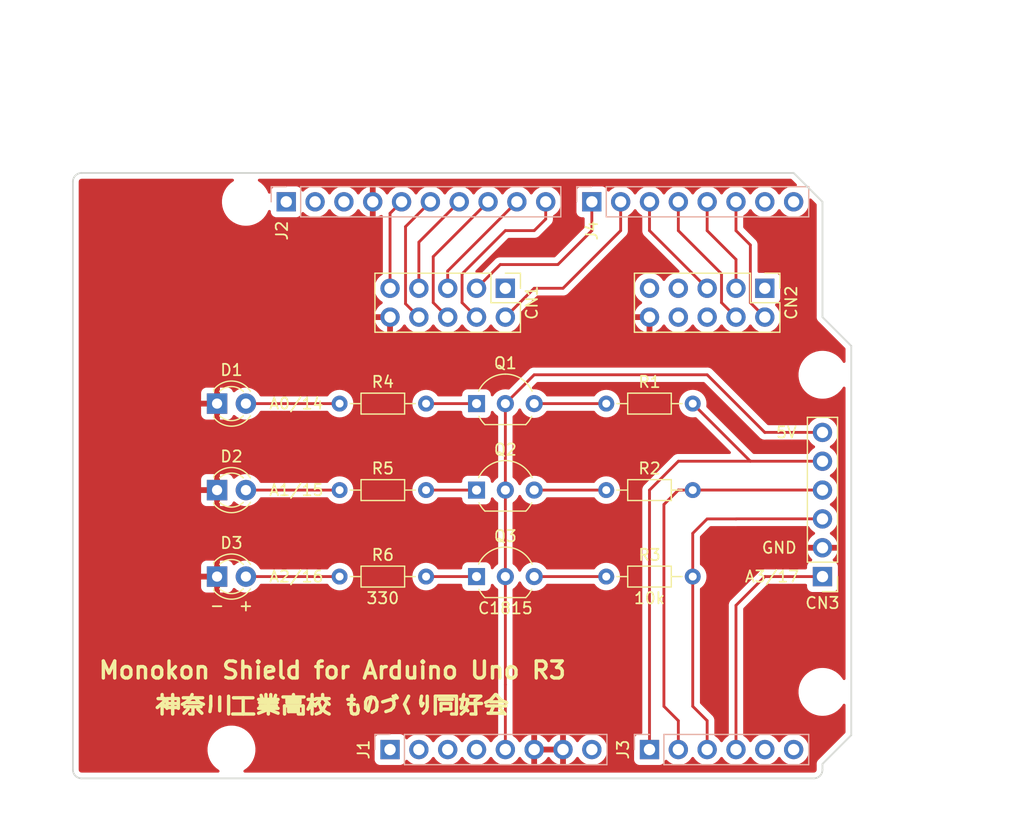
<source format=kicad_pcb>
(kicad_pcb (version 20211014) (generator pcbnew)
  (title_block (title "Monokon Shield for Arduino Uno R3") (date "2022-09-17") (company "神奈川工業高等学校 ものづくり同好会"))
  (layers (0 "F.Cu" signal) (31 "B.Cu" signal) (34 "B.Paste" user) (35 "F.Paste" user) (36 "B.SilkS" user "B.Silkscreen") (37 "F.SilkS" user "F.Silkscreen") (38 "B.Mask" user) (39 "F.Mask" user) (44 "Edge.Cuts" user))
  (net 0 "")
  (net 1 "GND")
  (net 3 "+5V")
  (net 4 "/IOREF")
  (net 5 "/Vin")
  (net 6 "13")
  (net 7 "12")
  (net 8 "A3")
  (net 9 "/SDA{slash}A4")
  (net 10 "/SCL{slash}A5")
  (net 11 "11")
  (net 12 "10")
  (net 13 "/AREF")
  (net 14 "9")
  (net 15 "8")
  (net 16 "A0")
  (net 17 "A1")
  (net 18 "A2")
  (net 19 "7")
  (net 20 "6")
  (net 21 "5")
  (net 22 "4")
  (net 23 "/TX{slash}1")
  (net 24 "3")
  (net 25 "/RX{slash}0")
  (net 26 "+3V3")
  (net 27 "2")
  (net 28 "/~{RESET}")
  (net 29 "Net-(Q1-Pad1)")
  (net 30 "Net-(Q1-Pad3)")
  (net 31 "Net-(Q2-Pad1)")
  (net 32 "Net-(Q2-Pad3)")
  (net 33 "Net-(Q3-Pad1)")
  (net 34 "Net-(Q3-Pad3)")
  (net 35 "Net-(D1-Pad2)")
  (net 36 "Net-(D2-Pad2)")
  (net 37 "Net-(D3-Pad2)")
  (net 42 "/SCL{slash}19")
  (net 43 "/SDA{slash}18")
  (footprint "Resistor_THT:R_Axial_DIN0204_L3.6mm_D1.6mm_P7.62mm_Horizontal" (layer "F.Cu") (at 131.115 82.22 180)
    (fp_text reference "R6" (at 3.81 1.905 180) (layer "F.SilkS"))
    (fp_text value "330" (at 3.81 -1.905 180) (layer "F.SilkS"))
    (fp_line (start 5.73 0.92) (end 5.73 -0.92) (layer "F.SilkS") (width 0.12))
    (fp_line (start 0.94 0) (end 1.89 0) (layer "F.SilkS") (width 0.12))
    (fp_line (start 5.73 -0.92) (end 1.89 -0.92) (layer "F.SilkS") (width 0.12))
    (fp_line (start 1.89 -0.92) (end 1.89 0.92) (layer "F.SilkS") (width 0.12))
    (fp_line (start 6.68 0) (end 5.73 0) (layer "F.SilkS") (width 0.12))
    (fp_line (start 1.89 0.92) (end 5.73 0.92) (layer "F.SilkS") (width 0.12))
    (pad "1" thru_hole circle (at 0 0 180) (size 1.4 1.4) (drill 0.7) (layers *.Cu *.Mask) (net 33 "Net-(Q3-Pad1)"))
    (pad "2" thru_hole oval (at 7.62 0 180) (size 1.4 1.4) (drill 0.7) (layers *.Cu *.Mask) (net 37 "Net-(D3-Pad2)"))
  )
  (footprint "Package_TO_SOT_THT:TO-92_Inline_Wide" (layer "F.Cu") (at 135.56 66.98)
    (fp_text reference "Q1" (at 2.54 -3.56) (layer "F.SilkS"))
    (fp_text value "C1815")
    (fp_line (start 0.74 1.85) (end 4.34 1.85) (layer "F.SilkS") (width 0.12))
    (fp_arc (start 4.864184 1.122795) (mid 4.633903 1.509328) (end 4.34 1.85) (layer "F.SilkS") (width 0.12))
    (fp_arc (start 2.54 -2.6) (mid 3.936979 -2.192818) (end 4.8964 -1.098807) (layer "F.SilkS") (width 0.12))
    (fp_arc (start 0.74 1.85) (mid 0.446097 1.509328) (end 0.215816 1.122795) (layer "F.SilkS") (width 0.12))
    (fp_arc (start 0.1836 -1.098807) (mid 1.143021 -2.192817) (end 2.54 -2.6) (layer "F.SilkS") (width 0.12))
    (pad "1" thru_hole rect (at 0 0) (size 1.5 1.5) (drill 0.8) (layers *.Cu *.Mask) (net 29 "Net-(Q1-Pad1)"))
    (pad "2" thru_hole circle (at 2.54 0) (size 1.5 1.5) (drill 0.8) (layers *.Cu *.Mask) (net 3 "+5V"))
    (pad "3" thru_hole circle (at 5.08 0) (size 1.5 1.5) (drill 0.8) (layers *.Cu *.Mask) (net 30 "Net-(Q1-Pad3)"))
  )
  (footprint "Connector_PinHeader_2.54mm:PinHeader_1x06_P2.54mm_Vertical" (layer "F.Cu") (at 166.04 82.22 180)
    (fp_text reference "CN3" (at 0 -2.33 180) (layer "F.SilkS"))
    (fp_text value "6-Pin Headers")
    (fp_line (start -1.33 1.27) (end -1.33 14.03) (layer "F.SilkS") (width 0.12))
    (fp_line (start 1.33 1.27) (end 1.33 14.03) (layer "F.SilkS") (width 0.12))
    (fp_line (start -1.33 -1.33) (end 0 -1.33) (layer "F.SilkS") (width 0.12))
    (fp_line (start -1.33 0) (end -1.33 -1.33) (layer "F.SilkS") (width 0.12))
    (fp_line (start -1.33 1.27) (end 1.33 1.27) (layer "F.SilkS") (width 0.12))
    (fp_line (start -1.33 14.03) (end 1.33 14.03) (layer "F.SilkS") (width 0.12))
    (pad "1" thru_hole rect (at 0 0 180) (size 1.7 1.7) (drill 1) (layers *.Cu *.Mask) (net 8 "A3"))
    (pad "2" thru_hole oval (at 0 2.54 180) (size 1.7 1.7) (drill 1) (layers *.Cu *.Mask) (net 1 "GND"))
    (pad "3" thru_hole oval (at 0 5.08 180) (size 1.7 1.7) (drill 1) (layers *.Cu *.Mask) (net 18 "A2"))
    (pad "4" thru_hole oval (at 0 7.62 180) (size 1.7 1.7) (drill 1) (layers *.Cu *.Mask) (net 17 "A1"))
    (pad "5" thru_hole oval (at 0 10.16 180) (size 1.7 1.7) (drill 1) (layers *.Cu *.Mask) (net 16 "A0"))
    (pad "6" thru_hole oval (at 0 12.7 180) (size 1.7 1.7) (drill 1) (layers *.Cu *.Mask) (net 3 "+5V"))
  )
  (footprint "Resistor_THT:R_Axial_DIN0204_L3.6mm_D1.6mm_P7.62mm_Horizontal" (layer "F.Cu") (at 154.61 74.6 180)
    (fp_text reference "R2" (at 3.81 1.905 180) (layer "F.SilkS"))
    (fp_text value "10k")
    (fp_line (start 1.89 0.92) (end 5.73 0.92) (layer "F.SilkS") (width 0.12))
    (fp_line (start 6.68 0) (end 5.73 0) (layer "F.SilkS") (width 0.12))
    (fp_line (start 5.73 0.92) (end 5.73 -0.92) (layer "F.SilkS") (width 0.12))
    (fp_line (start 1.89 -0.92) (end 1.89 0.92) (layer "F.SilkS") (width 0.12))
    (fp_line (start 5.73 -0.92) (end 1.89 -0.92) (layer "F.SilkS") (width 0.12))
    (fp_line (start 0.94 0) (end 1.89 0) (layer "F.SilkS") (width 0.12))
    (pad "1" thru_hole circle (at 0 0 180) (size 1.4 1.4) (drill 0.7) (layers *.Cu *.Mask) (net 17 "A1"))
    (pad "2" thru_hole oval (at 7.62 0 180) (size 1.4 1.4) (drill 0.7) (layers *.Cu *.Mask) (net 32 "Net-(Q2-Pad3)"))
  )
  (footprint "LED_THT:LED_D3.0mm" (layer "F.Cu") (at 112.7 82.22)
    (fp_text reference locked "D3" (at 1.27 -2.96) (layer "F.SilkS"))
    (fp_text value "LED")
    (fp_line (start -0.29 -1.236) (end -0.29 -1.08) (layer "F.SilkS") (width 0.12))
    (fp_line (start -0.29 1.08) (end -0.29 1.236) (layer "F.SilkS") (width 0.12))
    (fp_arc (start -0.29 -1.235516) (mid 1.366487 -1.987659) (end 2.942335 -1.078608) (layer "F.SilkS") (width 0.12))
    (fp_arc (start 2.942335 1.078608) (mid 1.366487 1.987659) (end -0.29 1.235516) (layer "F.SilkS") (width 0.12))
    (fp_arc (start 0.229039 -1.08) (mid 1.270117 -1.5) (end 2.31113 -1.079837) (layer "F.SilkS") (width 0.12))
    (fp_arc (start 2.31113 1.079837) (mid 1.270117 1.5) (end 0.229039 1.08) (layer "F.SilkS") (width 0.12))
    (pad "1" thru_hole rect (at 0 0) (size 1.8 1.8) (drill 0.9) (layers *.Cu *.Mask) (net 1 "GND"))
    (pad "2" thru_hole circle (at 2.54 0) (size 1.8 1.8) (drill 0.9) (layers *.Cu *.Mask) (net 37 "Net-(D3-Pad2)"))
  )
  (footprint "Arduino_MountingHole:MountingHole_3.2mm" (layer "F.Cu") (at 115.24 49.2)
    (fp_text reference "MH1" hide)
    (fp_text value "MountingHole_3.2mm" hide)
    (pad "" np_thru_hole circle locked (at 0 0) (size 3.2 3.2) (drill 3.2) (layers *.Cu *.Mask))
  )
  (footprint "Package_TO_SOT_THT:TO-92_Inline_Wide" (layer "F.Cu") (at 135.56 82.22)
    (fp_text reference "Q3" (at 2.54 -3.56) (layer "F.SilkS"))
    (fp_text value "C1815" (at 2.54 2.79) (layer "F.SilkS"))
    (fp_line (start 0.74 1.85) (end 4.34 1.85) (layer "F.SilkS") (width 0.12))
    (fp_arc (start 4.864184 1.122795) (mid 4.633903 1.509328) (end 4.34 1.85) (layer "F.SilkS") (width 0.12))
    (fp_arc (start 2.54 -2.6) (mid 3.936979 -2.192818) (end 4.8964 -1.098807) (layer "F.SilkS") (width 0.12))
    (fp_arc (start 0.74 1.85) (mid 0.446097 1.509328) (end 0.215816 1.122795) (layer "F.SilkS") (width 0.12))
    (fp_arc (start 0.1836 -1.098807) (mid 1.143021 -2.192817) (end 2.54 -2.6) (layer "F.SilkS") (width 0.12))
    (pad "1" thru_hole rect (at 0 0) (size 1.5 1.5) (drill 0.8) (layers *.Cu *.Mask) (net 33 "Net-(Q3-Pad1)"))
    (pad "2" thru_hole circle (at 2.54 0) (size 1.5 1.5) (drill 0.8) (layers *.Cu *.Mask) (net 3 "+5V"))
    (pad "3" thru_hole circle (at 5.08 0) (size 1.5 1.5) (drill 0.8) (layers *.Cu *.Mask) (net 34 "Net-(Q3-Pad3)"))
  )
  (footprint "Resistor_THT:R_Axial_DIN0204_L3.6mm_D1.6mm_P7.62mm_Horizontal" (layer "F.Cu") (at 154.61 66.98 180)
    (fp_text reference "R1" (at 3.81 1.905 180) (layer "F.SilkS"))
    (fp_text value "10k")
    (fp_line (start 5.73 -0.92) (end 1.89 -0.92) (layer "F.SilkS") (width 0.12))
    (fp_line (start 5.73 0.92) (end 5.73 -0.92) (layer "F.SilkS") (width 0.12))
    (fp_line (start 0.94 0) (end 1.89 0) (layer "F.SilkS") (width 0.12))
    (fp_line (start 6.68 0) (end 5.73 0) (layer "F.SilkS") (width 0.12))
    (fp_line (start 1.89 -0.92) (end 1.89 0.92) (layer "F.SilkS") (width 0.12))
    (fp_line (start 1.89 0.92) (end 5.73 0.92) (layer "F.SilkS") (width 0.12))
    (pad "1" thru_hole circle (at 0 0 180) (size 1.4 1.4) (drill 0.7) (layers *.Cu *.Mask) (net 16 "A0"))
    (pad "2" thru_hole oval (at 7.62 0 180) (size 1.4 1.4) (drill 0.7) (layers *.Cu *.Mask) (net 30 "Net-(Q1-Pad3)"))
  )
  (footprint "Resistor_THT:R_Axial_DIN0204_L3.6mm_D1.6mm_P7.62mm_Horizontal" (layer "F.Cu") (at 131.115 74.6 180)
    (fp_text reference "R5" (at 3.81 1.905 180) (layer "F.SilkS"))
    (fp_text value "330")
    (fp_line (start 1.89 0.92) (end 5.73 0.92) (layer "F.SilkS") (width 0.12))
    (fp_line (start 5.73 -0.92) (end 1.89 -0.92) (layer "F.SilkS") (width 0.12))
    (fp_line (start 1.89 -0.92) (end 1.89 0.92) (layer "F.SilkS") (width 0.12))
    (fp_line (start 0.94 0) (end 1.89 0) (layer "F.SilkS") (width 0.12))
    (fp_line (start 5.73 0.92) (end 5.73 -0.92) (layer "F.SilkS") (width 0.12))
    (fp_line (start 6.68 0) (end 5.73 0) (layer "F.SilkS") (width 0.12))
    (pad "1" thru_hole circle (at 0 0 180) (size 1.4 1.4) (drill 0.7) (layers *.Cu *.Mask) (net 31 "Net-(Q2-Pad1)"))
    (pad "2" thru_hole oval (at 7.62 0 180) (size 1.4 1.4) (drill 0.7) (layers *.Cu *.Mask) (net 36 "Net-(D2-Pad2)"))
  )
  (footprint "Connector_PinHeader_2.54mm:PinHeader_2x05_P2.54mm_Vertical" (layer "F.Cu") (at 138.1 56.82 -90)
    (fp_text reference "CN1" (at 1.27 -2.33 -90) (layer "F.SilkS"))
    (fp_text value "2x5 10-Pin Male Box Header")
    (fp_line (start -1.33 1.27) (end 1.27 1.27) (layer "F.SilkS") (width 0.12))
    (fp_line (start -1.33 -1.33) (end 0 -1.33) (layer "F.SilkS") (width 0.12))
    (fp_line (start 1.27 -1.33) (end 3.87 -1.33) (layer "F.SilkS") (width 0.12))
    (fp_line (start 1.27 1.27) (end 1.27 -1.33) (layer "F.SilkS") (width 0.12))
    (fp_line (start -1.33 0) (end -1.33 -1.33) (layer "F.SilkS") (width 0.12))
    (fp_line (start -1.33 11.49) (end 3.87 11.49) (layer "F.SilkS") (width 0.12))
    (fp_line (start 3.87 -1.33) (end 3.87 11.49) (layer "F.SilkS") (width 0.12))
    (fp_line (start -1.33 1.27) (end -1.33 11.49) (layer "F.SilkS") (width 0.12))
    (pad "1" thru_hole rect (at 0 0 270) (size 1.7 1.7) (drill 1) (layers *.Cu *.Mask))
    (pad "2" thru_hole oval (at 2.54 0 270) (size 1.7 1.7) (drill 1) (layers *.Cu *.Mask) (net 20 "6"))
    (pad "3" thru_hole oval (at 0 2.54 270) (size 1.7 1.7) (drill 1) (layers *.Cu *.Mask) (net 19 "7"))
    (pad "4" thru_hole oval (at 2.54 2.54 270) (size 1.7 1.7) (drill 1) (layers *.Cu *.Mask) (net 15 "8"))
    (pad "5" thru_hole oval (at 0 5.08 270) (size 1.7 1.7) (drill 1) (layers *.Cu *.Mask) (net 14 "9"))
    (pad "6" thru_hole oval (at 2.54 5.08 270) (size 1.7 1.7) (drill 1) (layers *.Cu *.Mask) (net 12 "10"))
    (pad "7" thru_hole oval (at 0 7.62 270) (size 1.7 1.7) (drill 1) (layers *.Cu *.Mask) (net 11 "11"))
    (pad "8" thru_hole oval (at 2.54 7.62 270) (size 1.7 1.7) (drill 1) (layers *.Cu *.Mask) (net 7 "12"))
    (pad "9" thru_hole oval (at 0 10.16 270) (size 1.7 1.7) (drill 1) (layers *.Cu *.Mask) (net 6 "13"))
    (pad "10" thru_hole oval (at 2.54 10.16 270) (size 1.7 1.7) (drill 1) (layers *.Cu *.Mask) (net 1 "GND"))
  )
  (footprint "Connector_PinHeader_2.54mm:PinHeader_2x05_P2.54mm_Vertical" (layer "F.Cu") (at 160.96 56.82 -90)
    (fp_text reference "CN2" (at 1.27 -2.33 90) (layer "F.SilkS"))
    (fp_text value "2x5 10-Pin Male Box Header")
    (fp_line (start 3.87 -1.33) (end 3.87 11.49) (layer "F.SilkS") (width 0.12))
    (fp_line (start 1.27 1.27) (end 1.27 -1.33) (layer "F.SilkS") (width 0.12))
    (fp_line (start -1.33 0) (end -1.33 -1.33) (layer "F.SilkS") (width 0.12))
    (fp_line (start -1.33 1.27) (end 1.27 1.27) (layer "F.SilkS") (width 0.12))
    (fp_line (start -1.33 -1.33) (end 0 -1.33) (layer "F.SilkS") (width 0.12))
    (fp_line (start -1.33 1.27) (end -1.33 11.49) (layer "F.SilkS") (width 0.12))
    (fp_line (start 1.27 -1.33) (end 3.87 -1.33) (layer "F.SilkS") (width 0.12))
    (fp_line (start -1.33 11.49) (end 3.87 11.49) (layer "F.SilkS") (width 0.12))
    (pad "1" thru_hole rect (at 0 0 270) (size 1.7 1.7) (drill 1) (layers *.Cu *.Mask))
    (pad "2" thru_hole oval (at 2.54 0 270) (size 1.7 1.7) (drill 1) (layers *.Cu *.Mask) (net 27 "2"))
    (pad "3" thru_hole oval (at 0 2.54 270) (size 1.7 1.7) (drill 1) (layers *.Cu *.Mask) (net 24 "3"))
    (pad "4" thru_hole oval (at 2.54 2.54 270) (size 1.7 1.7) (drill 1) (layers *.Cu *.Mask) (net 22 "4"))
    (pad "5" thru_hole oval (at 0 5.08 270) (size 1.7 1.7) (drill 1) (layers *.Cu *.Mask) (net 21 "5"))
    (pad "6" thru_hole oval (at 2.54 5.08 270) (size 1.7 1.7) (drill 1) (layers *.Cu *.Mask))
    (pad "7" thru_hole oval (at 0 7.62 270) (size 1.7 1.7) (drill 1) (layers *.Cu *.Mask))
    (pad "8" thru_hole oval (at 2.54 7.62 270) (size 1.7 1.7) (drill 1) (layers *.Cu *.Mask))
    (pad "9" thru_hole oval (at 0 10.16 270) (size 1.7 1.7) (drill 1) (layers *.Cu *.Mask))
    (pad "10" thru_hole oval (at 2.54 10.16 270) (size 1.7 1.7) (drill 1) (layers *.Cu *.Mask) (net 1 "GND"))
  )
  (footprint "LED_THT:LED_D3.0mm" (layer "F.Cu") (at 112.7 74.6)
    (fp_text reference "D2" (at 1.27 -2.96) (layer "F.SilkS"))
    (fp_text value "LED")
    (fp_line (start -0.29 -1.236) (end -0.29 -1.08) (layer "F.SilkS") (width 0.12))
    (fp_line (start -0.29 1.08) (end -0.29 1.236) (layer "F.SilkS") (width 0.12))
    (fp_arc (start 2.942335 1.078608) (mid 1.366487 1.987659) (end -0.29 1.235516) (layer "F.SilkS") (width 0.12))
    (fp_arc (start -0.29 -1.235516) (mid 1.366487 -1.987659) (end 2.942335 -1.078608) (layer "F.SilkS") (width 0.12))
    (fp_arc (start 0.229039 -1.08) (mid 1.270117 -1.5) (end 2.31113 -1.079837) (layer "F.SilkS") (width 0.12))
    (fp_arc (start 2.31113 1.079837) (mid 1.270117 1.5) (end 0.229039 1.08) (layer "F.SilkS") (width 0.12))
    (pad "1" thru_hole rect (at 0 0) (size 1.8 1.8) (drill 0.9) (layers *.Cu *.Mask) (net 1 "GND"))
    (pad "2" thru_hole circle (at 2.54 0) (size 1.8 1.8) (drill 0.9) (layers *.Cu *.Mask) (net 36 "Net-(D2-Pad2)"))
  )
  (footprint "Package_TO_SOT_THT:TO-92_Inline_Wide" (layer "F.Cu") (at 135.56 74.6)
    (fp_text reference "Q2" (at 2.54 -3.56) (layer "F.SilkS"))
    (fp_text value "C1815")
    (fp_line (start 0.74 1.85) (end 4.34 1.85) (layer "F.SilkS") (width 0.12))
    (fp_arc (start 4.864184 1.122795) (mid 4.633903 1.509328) (end 4.34 1.85) (layer "F.SilkS") (width 0.12))
    (fp_arc (start 0.1836 -1.098807) (mid 1.143021 -2.192817) (end 2.54 -2.6) (layer "F.SilkS") (width 0.12))
    (fp_arc (start 0.74 1.85) (mid 0.446097 1.509328) (end 0.215816 1.122795) (layer "F.SilkS") (width 0.12))
    (fp_arc (start 2.54 -2.6) (mid 3.936979 -2.192818) (end 4.8964 -1.098807) (layer "F.SilkS") (width 0.12))
    (pad "1" thru_hole rect (at 0 0) (size 1.5 1.5) (drill 0.8) (layers *.Cu *.Mask) (net 31 "Net-(Q2-Pad1)"))
    (pad "2" thru_hole circle (at 2.54 0) (size 1.5 1.5) (drill 0.8) (layers *.Cu *.Mask) (net 3 "+5V"))
    (pad "3" thru_hole circle (at 5.08 0) (size 1.5 1.5) (drill 0.8) (layers *.Cu *.Mask) (net 32 "Net-(Q2-Pad3)"))
  )
  (footprint "Arduino_MountingHole:MountingHole_3.2mm" (layer "F.Cu") (at 113.97 97.46)
    (fp_text reference "MH2" hide)
    (fp_text value "MountingHole_3.2mm" hide)
    (pad "" np_thru_hole circle locked (at 0 0) (size 3.2 3.2) (drill 3.2) (layers *.Cu *.Mask))
  )
  (footprint "Arduino_MountingHole:MountingHole_3.2mm" (layer "F.Cu") (at 166.04 64.44)
    (fp_text reference "MH3" hide)
    (fp_text value "MountingHole_3.2mm" hide)
    (pad "" np_thru_hole circle locked (at 0 0) (size 3.2 3.2) (drill 3.2) (layers *.Cu *.Mask))
  )
  (footprint "Arduino_MountingHole:MountingHole_3.2mm" (layer "F.Cu") (at 166.04 92.38)
    (fp_text reference "MH4" hide)
    (fp_text value "MountingHole_3.2mm" hide)
    (pad "" np_thru_hole circle locked (at 0 0) (size 3.2 3.2) (drill 3.2) (layers *.Cu *.Mask))
  )
  (footprint "LED_THT:LED_D3.0mm" (layer "F.Cu") (at 112.7 66.98)
    (fp_text reference "D1" (at 1.27 -2.96) (layer "F.SilkS"))
    (fp_text value "LED")
    (fp_line (start -0.29 -1.236) (end -0.29 -1.08) (layer "F.SilkS") (width 0.12))
    (fp_line (start -0.29 1.08) (end -0.29 1.236) (layer "F.SilkS") (width 0.12))
    (fp_arc (start -0.29 -1.235516) (mid 1.366487 -1.987659) (end 2.942335 -1.078608) (layer "F.SilkS") (width 0.12))
    (fp_arc (start 0.229039 -1.08) (mid 1.270117 -1.5) (end 2.31113 -1.079837) (layer "F.SilkS") (width 0.12))
    (fp_arc (start 2.31113 1.079837) (mid 1.270117 1.5) (end 0.229039 1.08) (layer "F.SilkS") (width 0.12))
    (fp_arc (start 2.942335 1.078608) (mid 1.366487 1.987659) (end -0.29 1.235516) (layer "F.SilkS") (width 0.12))
    (pad "1" thru_hole rect (at 0 0) (size 1.8 1.8) (drill 0.9) (layers *.Cu *.Mask) (net 1 "GND"))
    (pad "2" thru_hole circle (at 2.54 0) (size 1.8 1.8) (drill 0.9) (layers *.Cu *.Mask) (net 35 "Net-(D1-Pad2)"))
  )
  (footprint "Resistor_THT:R_Axial_DIN0204_L3.6mm_D1.6mm_P7.62mm_Horizontal" (layer "F.Cu") (at 154.61 82.22 180)
    (fp_text reference "R3" (at 3.81 1.905 180) (layer "F.SilkS"))
    (fp_text value "10k" (at 3.81 -1.905 180) (layer "F.SilkS"))
    (fp_line (start 1.89 -0.92) (end 1.89 0.92) (layer "F.SilkS") (width 0.12))
    (fp_line (start 5.73 -0.92) (end 1.89 -0.92) (layer "F.SilkS") (width 0.12))
    (fp_line (start 5.73 0.92) (end 5.73 -0.92) (layer "F.SilkS") (width 0.12))
    (fp_line (start 6.68 0) (end 5.73 0) (layer "F.SilkS") (width 0.12))
    (fp_line (start 1.89 0.92) (end 5.73 0.92) (layer "F.SilkS") (width 0.12))
    (fp_line (start 0.94 0) (end 1.89 0) (layer "F.SilkS") (width 0.12))
    (pad "1" thru_hole circle (at 0 0 180) (size 1.4 1.4) (drill 0.7) (layers *.Cu *.Mask) (net 18 "A2"))
    (pad "2" thru_hole oval (at 7.62 0 180) (size 1.4 1.4) (drill 0.7) (layers *.Cu *.Mask) (net 34 "Net-(Q3-Pad3)"))
  )
  (footprint "Resistor_THT:R_Axial_DIN0204_L3.6mm_D1.6mm_P7.62mm_Horizontal" (layer "F.Cu") (at 131.115 66.98 180)
    (fp_text reference "R4" (at 3.81 1.905 180) (layer "F.SilkS"))
    (fp_text value "330")
    (fp_line (start 6.68 0) (end 5.73 0) (layer "F.SilkS") (width 0.12))
    (fp_line (start 1.89 -0.92) (end 1.89 0.92) (layer "F.SilkS") (width 0.12))
    (fp_line (start 5.73 0.92) (end 5.73 -0.92) (layer "F.SilkS") (width 0.12))
    (fp_line (start 1.89 0.92) (end 5.73 0.92) (layer "F.SilkS") (width 0.12))
    (fp_line (start 0.94 0) (end 1.89 0) (layer "F.SilkS") (width 0.12))
    (fp_line (start 5.73 -0.92) (end 1.89 -0.92) (layer "F.SilkS") (width 0.12))
    (pad "1" thru_hole circle (at 0 0 180) (size 1.4 1.4) (drill 0.7) (layers *.Cu *.Mask) (net 29 "Net-(Q1-Pad1)"))
    (pad "2" thru_hole oval (at 7.62 0 180) (size 1.4 1.4) (drill 0.7) (layers *.Cu *.Mask) (net 35 "Net-(D1-Pad2)"))
  )
  (footprint "Connector_PinHeader_2.54mm:PinHeader_1x08_P2.54mm_Vertical" (layer "B.Cu") (at 127.94 97.46 -90)
    (fp_text reference "J1" (at 0 2.33 -270) (layer "F.SilkS"))
    (fp_text value locked "Power")
    (fp_line (start -1.33 -1.27) (end 1.33 -1.27) (layer "B.SilkS") (width 0.12))
    (fp_line (start 1.33 -1.27) (end 1.33 -19.11) (layer "B.SilkS") (width 0.12))
    (fp_line (start -1.33 1.33) (end 0 1.33) (layer "B.SilkS") (width 0.12))
    (fp_line (start -1.33 0) (end -1.33 1.33) (layer "B.SilkS") (width 0.12))
    (fp_line (start -1.33 -1.27) (end -1.33 -19.11) (layer "B.SilkS") (width 0.12))
    (fp_line (start -1.33 -19.11) (end 1.33 -19.11) (layer "B.SilkS") (width 0.12))
    (pad "1" thru_hole rect locked (at 0 0 270) (size 1.7 1.7) (drill 1) (layers *.Cu *.Mask))
    (pad "2" thru_hole oval locked (at 0 -2.54 270) (size 1.7 1.7) (drill 1) (layers *.Cu *.Mask) (net 4 "/IOREF"))
    (pad "3" thru_hole oval locked (at 0 -5.08 270) (size 1.7 1.7) (drill 1) (layers *.Cu *.Mask) (net 28 "/~{RESET}"))
    (pad "4" thru_hole oval locked (at 0 -7.62 270) (size 1.7 1.7) (drill 1) (layers *.Cu *.Mask) (net 26 "+3V3"))
    (pad "5" thru_hole oval locked (at 0 -10.16 270) (size 1.7 1.7) (drill 1) (layers *.Cu *.Mask) (net 3 "+5V"))
    (pad "6" thru_hole oval locked (at 0 -12.7 270) (size 1.7 1.7) (drill 1) (layers *.Cu *.Mask) (net 1 "GND"))
    (pad "7" thru_hole oval locked (at 0 -15.24 270) (size 1.7 1.7) (drill 1) (layers *.Cu *.Mask) (net 1 "GND"))
    (pad "8" thru_hole oval locked (at 0 -17.78 270) (size 1.7 1.7) (drill 1) (layers *.Cu *.Mask) (net 5 "/Vin"))
  )
  (footprint "Connector_PinHeader_2.54mm:PinHeader_1x06_P2.54mm_Vertical" (layer "B.Cu") (at 150.8 97.46 -90)
    (fp_text reference "J3" (at 0 2.33 -270) (layer "F.SilkS"))
    (fp_text value "Analog")
    (fp_line (start -1.33 -1.27) (end -1.33 -14.03) (layer "B.SilkS") (width 0.12))
    (fp_line (start -1.33 -14.03) (end 1.33 -14.03) (layer "B.SilkS") (width 0.12))
    (fp_line (start -1.33 0) (end -1.33 1.33) (layer "B.SilkS") (width 0.12))
    (fp_line (start -1.33 1.33) (end 0 1.33) (layer "B.SilkS") (width 0.12))
    (fp_line (start -1.33 -1.27) (end 1.33 -1.27) (layer "B.SilkS") (width 0.12))
    (fp_line (start 1.33 -1.27) (end 1.33 -14.03) (layer "B.SilkS") (width 0.12))
    (pad "1" thru_hole rect locked (at 0 0 270) (size 1.7 1.7) (drill 1) (layers *.Cu *.Mask) (net 16 "A0"))
    (pad "2" thru_hole oval locked (at 0 -2.54 270) (size 1.7 1.7) (drill 1) (layers *.Cu *.Mask) (net 17 "A1"))
    (pad "3" thru_hole oval locked (at 0 -5.08 270) (size 1.7 1.7) (drill 1) (layers *.Cu *.Mask) (net 18 "A2"))
    (pad "4" thru_hole oval locked (at 0 -7.62 270) (size 1.7 1.7) (drill 1) (layers *.Cu *.Mask) (net 8 "A3"))
    (pad "5" thru_hole oval locked (at 0 -10.16 270) (size 1.7 1.7) (drill 1) (layers *.Cu *.Mask) (net 9 "/SDA{slash}A4"))
    (pad "6" thru_hole oval locked (at 0 -12.7 270) (size 1.7 1.7) (drill 1) (layers *.Cu *.Mask) (net 10 "/SCL{slash}A5"))
  )
  (footprint "Connector_PinHeader_2.54mm:PinHeader_1x10_P2.54mm_Vertical" (layer "B.Cu") (at 118.796 49.2 -90)
    (fp_text reference "J2" (at 2.54 0.381 -270) (layer "F.SilkS"))
    (fp_text value "Digital/PWM")
    (fp_line (start -1.33 -24.19) (end 1.33 -24.19) (layer "B.SilkS") (width 0.12))
    (fp_line (start -1.33 -1.27) (end -1.33 -24.19) (layer "B.SilkS") (width 0.12))
    (fp_line (start -1.33 0) (end -1.33 1.33) (layer "B.SilkS") (width 0.12))
    (fp_line (start -1.33 1.33) (end 0 1.33) (layer "B.SilkS") (width 0.12))
    (fp_line (start 1.33 -1.27) (end 1.33 -24.19) (layer "B.SilkS") (width 0.12))
    (fp_line (start -1.33 -1.27) (end 1.33 -1.27) (layer "B.SilkS") (width 0.12))
    (pad "1" thru_hole rect locked (at 0 0 270) (size 1.7 1.7) (drill 1) (layers *.Cu *.Mask) (net 42 "/SCL{slash}19"))
    (pad "2" thru_hole oval locked (at 0 -2.54 270) (size 1.7 1.7) (drill 1) (layers *.Cu *.Mask) (net 43 "/SDA{slash}18"))
    (pad "3" thru_hole oval locked (at 0 -5.08 270) (size 1.7 1.7) (drill 1) (layers *.Cu *.Mask) (net 13 "/AREF"))
    (pad "4" thru_hole oval locked (at 0 -7.62 270) (size 1.7 1.7) (drill 1) (layers *.Cu *.Mask) (net 1 "GND"))
    (pad "5" thru_hole oval locked (at 0 -10.16 270) (size 1.7 1.7) (drill 1) (layers *.Cu *.Mask) (net 6 "13"))
    (pad "6" thru_hole oval locked (at 0 -12.7 270) (size 1.7 1.7) (drill 1) (layers *.Cu *.Mask) (net 7 "12"))
    (pad "7" thru_hole oval locked (at 0 -15.24 270) (size 1.7 1.7) (drill 1) (layers *.Cu *.Mask) (net 11 "11"))
    (pad "8" thru_hole oval locked (at 0 -17.78 270) (size 1.7 1.7) (drill 1) (layers *.Cu *.Mask) (net 12 "10"))
    (pad "9" thru_hole oval locked (at 0 -20.32 270) (size 1.7 1.7) (drill 1) (layers *.Cu *.Mask) (net 14 "9"))
    (pad "10" thru_hole oval locked (at 0 -22.86 270) (size 1.7 1.7) (drill 1) (layers *.Cu *.Mask) (net 15 "8"))
  )
  (footprint "Connector_PinHeader_2.54mm:PinHeader_1x08_P2.54mm_Vertical" (layer "B.Cu") (at 145.72 49.2 -90)
    (fp_text reference "J4" (at 2.54 0 -270) (layer "F.SilkS"))
    (fp_text value "Digital/PWM")
    (fp_line (start 1.33 -1.27) (end 1.33 -19.11) (layer "B.SilkS") (width 0.12))
    (fp_line (start -1.33 0) (end -1.33 1.33) (layer "B.SilkS") (width 0.12))
    (fp_line (start -1.33 -1.27) (end 1.33 -1.27) (layer "B.SilkS") (width 0.12))
    (fp_line (start -1.33 1.33) (end 0 1.33) (layer "B.SilkS") (width 0.12))
    (fp_line (start -1.33 -1.27) (end -1.33 -19.11) (layer "B.SilkS") (width 0.12))
    (fp_line (start -1.33 -19.11) (end 1.33 -19.11) (layer "B.SilkS") (width 0.12))
    (pad "1" thru_hole rect locked (at 0 0 270) (size 1.7 1.7) (drill 1) (layers *.Cu *.Mask) (net 19 "7"))
    (pad "2" thru_hole oval locked (at 0 -2.54 270) (size 1.7 1.7) (drill 1) (layers *.Cu *.Mask) (net 20 "6"))
    (pad "3" thru_hole oval locked (at 0 -5.08 270) (size 1.7 1.7) (drill 1) (layers *.Cu *.Mask) (net 21 "5"))
    (pad "4" thru_hole oval locked (at 0 -7.62 270) (size 1.7 1.7) (drill 1) (layers *.Cu *.Mask) (net 22 "4"))
    (pad "5" thru_hole oval locked (at 0 -10.16 270) (size 1.7 1.7) (drill 1) (layers *.Cu *.Mask) (net 24 "3"))
    (pad "6" thru_hole oval locked (at 0 -12.7 270) (size 1.7 1.7) (drill 1) (layers *.Cu *.Mask) (net 27 "2"))
    (pad "7" thru_hole oval locked (at 0 -15.24 270) (size 1.7 1.7) (drill 1) (layers *.Cu *.Mask) (net 23 "/TX{slash}1"))
    (pad "8" thru_hole oval locked (at 0 -17.78 270) (size 1.7 1.7) (drill 1) (layers *.Cu *.Mask) (net 25 "/RX{slash}0"))
  )
  (gr_line (start 166.04 59.36) (end 168.58 61.9) (layer "Edge.Cuts") (width 0.15))
  (gr_line (start 100 99.238) (end 100 47.422) (layer "Edge.Cuts") (width 0.15))
  (gr_line (start 168.58 61.9) (end 168.58 96.19) (layer "Edge.Cuts") (width 0.15))
  (gr_line (start 165.278 100) (end 100.762 100) (layer "Edge.Cuts") (width 0.15))
  (gr_line (start 100.762 46.66) (end 163.5 46.66) (layer "Edge.Cuts") (width 0.15))
  (gr_arc (start 100.762 100) (mid 100.223185 99.776815) (end 100 99.238) (layer "Edge.Cuts") (width 0.15))
  (gr_line (start 168.58 96.19) (end 166.04 98.73) (layer "Edge.Cuts") (width 0.15))
  (gr_line (start 163.5 46.66) (end 166.04 49.2) (layer "Edge.Cuts") (width 0.15))
  (gr_arc (start 166.04 99.238) (mid 165.816815 99.776815) (end 165.278 100) (layer "Edge.Cuts") (width 0.15))
  (gr_line (start 166.04 49.2) (end 166.04 59.36) (layer "Edge.Cuts") (width 0.15))
  (gr_line (start 166.04 98.73) (end 166.04 99.238) (layer "Edge.Cuts") (width 0.15))
  (gr_arc (start 100 47.422) (mid 100.223185 46.883185) (end 100.762 46.66) (layer "Edge.Cuts") (width 0.15))
  (gr_text "A2/16" (at 119.685 82.22) (layer "F.SilkS") (effects (font (size 1 1))))
  (gr_text "A1/15" (at 119.685 74.6) (layer "F.SilkS") (effects (font (size 1 1))))
  (gr_text "5V" (at 162.865 69.52) (layer "F.SilkS") (effects (font (size 1 1))))
  (gr_text "Monokon Shield for Arduino Uno R3" (at 122.86 90.475) (layer "F.SilkS") (effects (font (size 1.5 1.5) (thickness 0.3))))
  (gr_text "GND" (at 162.23 79.68) (layer "F.SilkS") (effects (font (size 1 1))))
  (gr_text "神奈川工業高校 ものづくり同好会" (at 122.86 93.65) (layer "F.SilkS") (effects (font (size 1.5 1.5) (thickness 0.3))))
  (gr_text "-" (at 112.7 84.76) (layer "F.SilkS") (effects (font (size 1 1))))
  (gr_text "A3/17" (at 161.595 82.22) (layer "F.SilkS") (effects (font (size 1 1))))
  (gr_text "+" (at 115.24 84.76) (layer "F.SilkS") (effects (font (size 1 1))))
  (gr_text "A0/14" (at 119.685 66.98) (layer "F.SilkS") (effects (font (size 1 1))))
  (segment (start 138.1 74.6) (end 138.1 66.98) (width 0.25) (layer "F.Cu") (net 3))
  (segment (start 138.1 82.22) (end 138.1 91.745) (width 0.25) (layer "F.Cu") (net 3))
  (segment (start 160.965 69.515) (end 160.96 69.52) (width 0.25) (layer "F.Cu") (net 3))
  (segment locked (start 138.1 91.745) (end 138.1 97.46) (width 0.25) (layer "F.Cu") (net 3))
  (segment (start 138.1 82.22) (end 138.1 74.6) (width 0.25) (layer "F.Cu") (net 3))
  (segment (start 160.96 69.52) (end 155.88 64.44) (width 0.25) (layer "F.Cu") (net 3))
  (segment (start 140.64 64.44) (end 155.88 64.44) (width 0.25) (layer "F.Cu") (net 3))
  (segment (start 166.04 69.515) (end 160.965 69.515) (width 0.25) (layer "F.Cu") (net 3))
  (segment (start 138.1 66.98) (end 140.64 64.44) (width 0.25) (layer "F.Cu") (net 3))
  (segment (start 127.94 56.82) (end 127.94 50.216) (width 0.25) (layer "F.Cu") (net 6))
  (segment (start 127.94 50.216) (end 128.956 49.2) (width 0.25) (layer "F.Cu") (net 6))
  (segment (start 129.305 51.391) (end 131.496 49.2) (width 0.25) (layer "F.Cu") (net 7))
  (segment (start 129.305 58.185) (end 129.305 51.391) (width 0.25) (layer "F.Cu") (net 7))
  (segment (start 130.48 59.36) (end 129.305 58.185) (width 0.25) (layer "F.Cu") (net 7))
  (segment (start 160.96 82.22) (end 158.42 84.76) (width 0.25) (layer "F.Cu") (net 8))
  (segment (start 166.04 82.22) (end 160.96 82.22) (width 0.25) (layer "F.Cu") (net 8))
  (segment (start 158.42 84.76) (end 158.42 97.46) (width 0.25) (layer "F.Cu") (net 8))
  (segment (start 130.48 56.82) (end 130.48 52.756) (width 0.25) (layer "F.Cu") (net 11))
  (segment (start 130.48 52.756) (end 134.036 49.2) (width 0.25) (layer "F.Cu") (net 11))
  (segment (start 131.745722 54.030278) (end 136.576 49.2) (width 0.25) (layer "F.Cu") (net 12))
  (segment (start 133.02 59.36) (end 131.745722 58.085722) (width 0.25) (layer "F.Cu") (net 12))
  (segment (start 131.745722 58.085722) (end 131.745722 54.030278) (width 0.25) (layer "F.Cu") (net 12))
  (segment (start 133.02 55.296) (end 139.116 49.2) (width 0.25) (layer "F.Cu") (net 14))
  (segment (start 133.02 56.82) (end 133.02 55.296) (width 0.25) (layer "F.Cu") (net 14))
  (segment (start 138.1 51.74) (end 140.64 51.74) (width 0.25) (layer "F.Cu") (net 15))
  (segment (start 134.285722 58.085722) (end 134.285722 55.554278) (width 0.25) (layer "F.Cu") (net 15))
  (segment (start 140.64 51.74) (end 141.656 50.724) (width 0.25) (layer "F.Cu") (net 15))
  (segment (start 135.56 59.36) (end 134.285722 58.085722) (width 0.25) (layer "F.Cu") (net 15))
  (segment (start 134.285722 55.554278) (end 138.1 51.74) (width 0.25) (layer "F.Cu") (net 15))
  (segment (start 141.656 50.724) (end 141.656 49.2) (width 0.25) (layer "F.Cu") (net 15))
  (segment (start 150.8 74.6) (end 153.345 72.055) (width 0.25) (layer "F.Cu") (net 16))
  (segment (start 150.8 97.46) (end 150.8 74.6) (width 0.25) (layer "F.Cu") (net 16))
  (segment (start 166.04 72.055) (end 159.695 72.055) (width 0.25) (layer "F.Cu") (net 16))
  (segment (start 153.345 72.055) (end 159.695 72.055) (width 0.25) (layer "F.Cu") (net 16))
  (segment (start 159.685 72.055) (end 154.61 66.98) (width 0.25) (layer "F.Cu") (net 16))
  (segment (start 159.695 72.055) (end 159.685 72.055) (width 0.25) (layer "F.Cu") (net 16))
  (segment (start 154.61 74.6) (end 153.34 74.6) (width 0.25) (layer "F.Cu") (net 17))
  (segment (start 152.07 93.65) (end 153.34 94.92) (width 0.25) (layer "F.Cu") (net 17))
  (segment (start 153.34 74.6) (end 152.07 75.87) (width 0.25) (layer "F.Cu") (net 17))
  (segment (start 166.04 74.595) (end 154.615 74.595) (width 0.25) (layer "F.Cu") (net 17))
  (segment (start 154.615 74.595) (end 154.61 74.6) (width 0.25) (layer "F.Cu") (net 17))
  (segment (start 152.07 75.87) (end 152.07 93.65) (width 0.25) (layer "F.Cu") (net 17))
  (segment (start 153.34 94.92) (end 153.34 97.46) (width 0.25) (layer "F.Cu") (net 17))
  (segment (start 166.04 77.135) (end 158.425 77.135) (width 0.25) (layer "F.Cu") (net 18))
  (segment (start 158.42 77.14) (end 155.88 77.14) (width 0.25) (layer "F.Cu") (net 18))
  (segment (start 155.88 77.14) (end 154.61 78.41) (width 0.25) (layer "F.Cu") (net 18))
  (segment (start 154.61 93.65) (end 155.88 94.92) (width 0.25) (layer "F.Cu") (net 18))
  (segment (start 155.88 94.92) (end 155.88 97.46) (width 0.25) (layer "F.Cu") (net 18))
  (segment (start 154.61 82.22) (end 154.61 93.65) (width 0.25) (layer "F.Cu") (net 18))
  (segment (start 158.425 77.135) (end 158.42 77.14) (width 0.25) (layer "F.Cu") (net 18))
  (segment (start 154.61 78.41) (end 154.61 82.22) (width 0.25) (layer "F.Cu") (net 18))
  (segment (start 145.72 51.74) (end 145.72 49.2) (width 0.25) (layer "F.Cu") (net 19))
  (segment (start 135.56 56.82) (end 137.65 54.73) (width 0.25) (layer "F.Cu") (net 19))
  (segment (start 142.73 54.73) (end 145.72 51.74) (width 0.25) (layer "F.Cu") (net 19))
  (segment (start 137.65 54.73) (end 142.73 54.73) (width 0.25) (layer "F.Cu") (net 19))
  (segment (start 140.64 56.82) (end 143.18 56.82) (width 0.25) (layer "F.Cu") (net 20))
  (segment (start 143.18 56.82) (end 148.26 51.74) (width 0.25) (layer "F.Cu") (net 20))
  (segment (start 138.1 59.36) (end 140.64 56.82) (width 0.25) (layer "F.Cu") (net 20))
  (segment (start 148.26 51.74) (end 148.26 49.2) (width 0.25) (layer "F.Cu") (net 20))
  (segment (start 150.8 51.74) (end 150.8 49.2) (width 0.25) (layer "F.Cu") (net 21))
  (segment (start 155.88 56.82) (end 150.8 51.74) (width 0.25) (layer "F.Cu") (net 21))
  (segment (start 153.34 51.74) (end 153.34 49.2) (width 0.25) (layer "F.Cu") (net 22))
  (segment (start 158.42 59.36) (end 157.145722 58.085722) (width 0.25) (layer "F.Cu") (net 22))
  (segment (start 157.145722 58.085722) (end 157.145722 55.545722) (width 0.25) (layer "F.Cu") (net 22))
  (segment (start 157.145722 55.545722) (end 153.34 51.74) (width 0.25) (layer "F.Cu") (net 22))
  (segment (start 158.42 56.82) (end 158.42 54.28) (width 0.25) (layer "F.Cu") (net 24))
  (segment (start 155.88 51.74) (end 155.88 49.2) (width 0.25) (layer "F.Cu") (net 24))
  (segment (start 158.42 54.28) (end 155.88 51.74) (width 0.25) (layer "F.Cu") (net 24))
  (segment (start 159.685722 53.005722) (end 158.42 51.74) (width 0.25) (layer "F.Cu") (net 27))
  (segment (start 159.685722 58.085722) (end 159.685722 53.005722) (width 0.25) (layer "F.Cu") (net 27))
  (segment (start 160.96 59.36) (end 159.685722 58.085722) (width 0.25) (layer "F.Cu") (net 27))
  (segment (start 158.42 51.74) (end 158.42 49.2) (width 0.25) (layer "F.Cu") (net 27))
  (segment (start 131.115 66.98) (end 135.56 66.98) (width 0.25) (layer "F.Cu") (net 29))
  (segment (start 140.64 66.98) (end 146.99 66.98) (width 0.25) (layer "F.Cu") (net 30))
  (segment (start 131.115 74.6) (end 135.56 74.6) (width 0.25) (layer "F.Cu") (net 31))
  (segment (start 146.99 74.6) (end 140.64 74.6) (width 0.25) (layer "F.Cu") (net 32))
  (segment (start 131.115 82.22) (end 135.56 82.22) (width 0.25) (layer "F.Cu") (net 33))
  (segment (start 140.64 82.22) (end 146.99 82.22) (width 0.25) (layer "F.Cu") (net 34))
  (segment (start 123.495 66.98) (end 115.24 66.98) (width 0.25) (layer "F.Cu") (net 35))
  (segment (start 115.24 74.6) (end 123.495 74.6) (width 0.25) (layer "F.Cu") (net 36))
  (segment (start 123.495 82.22) (end 115.24 82.22) (width 0.25) (layer "F.Cu") (net 37))
  (zone (net 1) (net_name "GND") (layer "F.Cu") (connect_pads (clearance 0.508)) (min_thickness 0.254) (fill yes (thermal_gap 0.508) (thermal_bridge_width 0.508))
    (polygon (pts (xy 183.82 105.08) (xy 94.92 105.08) (xy 94.92 31.42) (xy 183.82 31.42)))
  )
)
</source>
